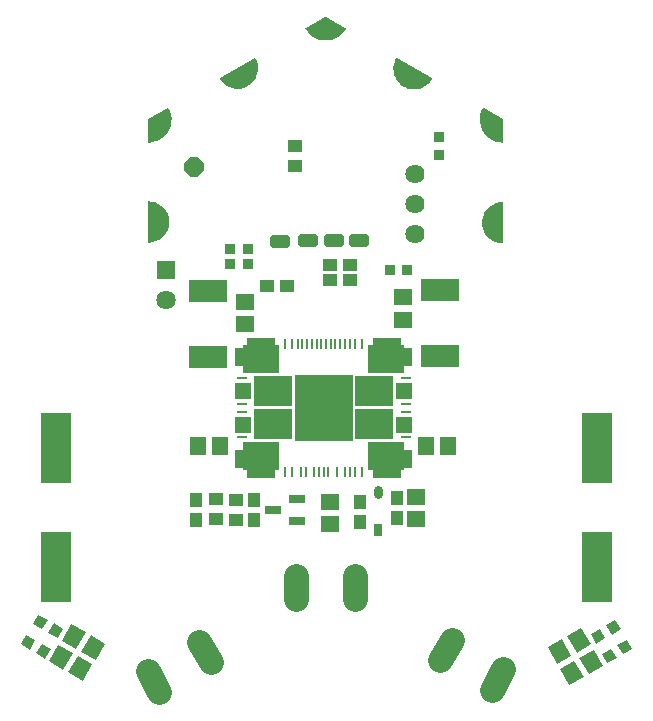
<source format=gbr>
G04 EAGLE Gerber RS-274X export*
G75*
%MOMM*%
%FSLAX34Y34*%
%LPD*%
%INSoldermask Top*%
%IPPOS*%
%AMOC8*
5,1,8,0,0,1.08239X$1,22.5*%
G01*
%ADD10R,0.901600X0.901600*%
%ADD11R,0.901600X0.901600*%
%ADD12R,1.101600X1.201600*%
%ADD13R,1.601600X1.401600*%
%ADD14R,1.401600X1.601600*%
%ADD15R,2.601600X5.901600*%
%ADD16R,1.201600X1.101600*%
%ADD17R,1.361600X0.711600*%
%ADD18R,0.742600X1.107600*%
%ADD19C,0.742600*%
%ADD20R,1.631600X1.631600*%
%ADD21C,1.631600*%
%ADD22C,1.625600*%
%ADD23P,1.759533X8X22.500000*%
%ADD24R,3.301600X1.901600*%
%ADD25R,0.810000X1.640000*%
%ADD26R,3.030000X2.350000*%
%ADD27R,2.410000X0.680000*%
%ADD28R,4.901600X5.701600*%
%ADD29R,3.201600X2.501600*%
%ADD30R,1.401600X1.361600*%
%ADD31R,0.291600X0.961600*%
%ADD32R,0.961600X0.291600*%
%ADD33C,2.082800*%
%ADD34C,0.605878*%
%ADD35C,1.101600*%

G36*
X150084Y328125D02*
X150084Y328125D01*
X150155Y328134D01*
X150180Y328148D01*
X150208Y328155D01*
X150266Y328197D01*
X150327Y328232D01*
X150345Y328255D01*
X150369Y328273D01*
X150405Y328334D01*
X150448Y328390D01*
X150455Y328419D01*
X150470Y328444D01*
X150486Y328542D01*
X150497Y328583D01*
X150495Y328594D01*
X150497Y328608D01*
X150475Y362569D01*
X150475Y362572D01*
X150475Y362573D01*
X150471Y362590D01*
X150469Y362598D01*
X150472Y362627D01*
X150449Y362694D01*
X150435Y362764D01*
X150419Y362788D01*
X150410Y362816D01*
X150363Y362869D01*
X150323Y362928D01*
X150298Y362943D01*
X150279Y362965D01*
X150215Y362997D01*
X150155Y363035D01*
X150126Y363040D01*
X150100Y363052D01*
X150001Y363061D01*
X149959Y363068D01*
X149948Y363065D01*
X149934Y363066D01*
X147139Y362833D01*
X147106Y362823D01*
X147058Y362819D01*
X144340Y362129D01*
X144309Y362114D01*
X144262Y362102D01*
X141694Y360974D01*
X141666Y360954D01*
X141622Y360935D01*
X139275Y359399D01*
X139250Y359375D01*
X139210Y359348D01*
X137148Y357448D01*
X137129Y357421D01*
X137115Y357412D01*
X137110Y357403D01*
X137092Y357387D01*
X135371Y355173D01*
X135356Y355142D01*
X135326Y355104D01*
X133993Y352636D01*
X133983Y352603D01*
X133960Y352561D01*
X133051Y349908D01*
X133046Y349873D01*
X133031Y349828D01*
X132571Y347061D01*
X132572Y347026D01*
X132564Y346979D01*
X132566Y344174D01*
X132573Y344140D01*
X132573Y344092D01*
X133036Y341326D01*
X133049Y341294D01*
X133057Y341246D01*
X133969Y338594D01*
X133987Y338565D01*
X134002Y338519D01*
X135339Y336053D01*
X135361Y336027D01*
X135384Y335984D01*
X137108Y333772D01*
X137134Y333750D01*
X137164Y333712D01*
X139228Y331814D01*
X139258Y331796D01*
X139293Y331763D01*
X141642Y330231D01*
X141674Y330218D01*
X141715Y330192D01*
X144284Y329067D01*
X144318Y329059D01*
X144362Y329040D01*
X147081Y328353D01*
X147116Y328352D01*
X147162Y328340D01*
X149957Y328110D01*
X149986Y328113D01*
X150015Y328109D01*
X150084Y328125D01*
G37*
G36*
X-72588Y459043D02*
X-72588Y459043D01*
X-72554Y459051D01*
X-72506Y459053D01*
X-69754Y459592D01*
X-69722Y459605D01*
X-69675Y459615D01*
X-67049Y460600D01*
X-67019Y460618D01*
X-66974Y460635D01*
X-64546Y462039D01*
X-64520Y462062D01*
X-64479Y462086D01*
X-62315Y463870D01*
X-62293Y463897D01*
X-62256Y463928D01*
X-60416Y466044D01*
X-60399Y466074D01*
X-60367Y466110D01*
X-58900Y468500D01*
X-58888Y468533D01*
X-58863Y468574D01*
X-57809Y471173D01*
X-57803Y471207D01*
X-57784Y471252D01*
X-57173Y473989D01*
X-57172Y474023D01*
X-57162Y474070D01*
X-57009Y476871D01*
X-57014Y476905D01*
X-57011Y476953D01*
X-57322Y479740D01*
X-57332Y479773D01*
X-57337Y479821D01*
X-58102Y482519D01*
X-58118Y482550D01*
X-58131Y482597D01*
X-59330Y485132D01*
X-59347Y485156D01*
X-59358Y485183D01*
X-59406Y485234D01*
X-59449Y485291D01*
X-59474Y485306D01*
X-59494Y485327D01*
X-59559Y485356D01*
X-59621Y485392D01*
X-59650Y485395D01*
X-59676Y485407D01*
X-59747Y485408D01*
X-59818Y485417D01*
X-59846Y485409D01*
X-59875Y485409D01*
X-59968Y485374D01*
X-60009Y485363D01*
X-60018Y485356D01*
X-60031Y485351D01*
X-89431Y468351D01*
X-89453Y468332D01*
X-89479Y468319D01*
X-89527Y468266D01*
X-89580Y468219D01*
X-89593Y468193D01*
X-89612Y468171D01*
X-89635Y468104D01*
X-89666Y468040D01*
X-89667Y468011D01*
X-89676Y467983D01*
X-89671Y467912D01*
X-89674Y467841D01*
X-89664Y467814D01*
X-89662Y467785D01*
X-89620Y467694D01*
X-89605Y467655D01*
X-89597Y467647D01*
X-89591Y467634D01*
X-87992Y465330D01*
X-87967Y465306D01*
X-87939Y465267D01*
X-85982Y463258D01*
X-85954Y463238D01*
X-85920Y463204D01*
X-83659Y461544D01*
X-83628Y461530D01*
X-83589Y461501D01*
X-81086Y460237D01*
X-81053Y460227D01*
X-81010Y460206D01*
X-78332Y459370D01*
X-78298Y459367D01*
X-78252Y459352D01*
X-75474Y458969D01*
X-75439Y458971D01*
X-75391Y458964D01*
X-72588Y459043D01*
G37*
G36*
X75963Y458570D02*
X75963Y458570D01*
X76011Y458569D01*
X78789Y458952D01*
X78822Y458964D01*
X78870Y458970D01*
X81547Y459806D01*
X81578Y459822D01*
X81623Y459837D01*
X84127Y461101D01*
X84154Y461123D01*
X84197Y461144D01*
X86458Y462804D01*
X86481Y462829D01*
X86520Y462858D01*
X88477Y464867D01*
X88496Y464896D01*
X88529Y464930D01*
X90129Y467234D01*
X90140Y467261D01*
X90159Y467283D01*
X90179Y467351D01*
X90207Y467417D01*
X90208Y467446D01*
X90216Y467474D01*
X90208Y467545D01*
X90209Y467616D01*
X90197Y467642D01*
X90194Y467671D01*
X90159Y467733D01*
X90132Y467799D01*
X90111Y467819D01*
X90097Y467845D01*
X90020Y467908D01*
X89990Y467938D01*
X89979Y467942D01*
X89969Y467951D01*
X60569Y484951D01*
X60541Y484960D01*
X60517Y484977D01*
X60448Y484992D01*
X60380Y485014D01*
X60351Y485012D01*
X60323Y485018D01*
X60253Y485004D01*
X60182Y484999D01*
X60156Y484985D01*
X60127Y484980D01*
X60069Y484940D01*
X60005Y484907D01*
X59987Y484885D01*
X59963Y484869D01*
X59906Y484787D01*
X59879Y484754D01*
X59875Y484744D01*
X59867Y484732D01*
X58669Y482197D01*
X58661Y482163D01*
X58640Y482119D01*
X57875Y479421D01*
X57872Y479387D01*
X57859Y479340D01*
X57549Y476553D01*
X57551Y476526D01*
X57550Y476521D01*
X57552Y476516D01*
X57546Y476471D01*
X57699Y473670D01*
X57708Y473637D01*
X57710Y473589D01*
X58322Y470852D01*
X58336Y470820D01*
X58346Y470773D01*
X59400Y468174D01*
X59419Y468145D01*
X59437Y468100D01*
X60904Y465710D01*
X60928Y465685D01*
X60953Y465644D01*
X62794Y463528D01*
X62821Y463506D01*
X62853Y463470D01*
X65016Y461686D01*
X65047Y461669D01*
X65084Y461639D01*
X67512Y460235D01*
X67545Y460224D01*
X67586Y460200D01*
X70212Y459215D01*
X70246Y459209D01*
X70291Y459192D01*
X73044Y458653D01*
X73078Y458653D01*
X73126Y458643D01*
X75929Y458564D01*
X75963Y458570D01*
G37*
G36*
X-149658Y328789D02*
X-149658Y328789D01*
X-149644Y328787D01*
X-146850Y329021D01*
X-146816Y329031D01*
X-146768Y329034D01*
X-144050Y329725D01*
X-144019Y329740D01*
X-143972Y329752D01*
X-141405Y330880D01*
X-141376Y330900D01*
X-141332Y330919D01*
X-138985Y332455D01*
X-138961Y332479D01*
X-138920Y332505D01*
X-136858Y334406D01*
X-136847Y334421D01*
X-136835Y334430D01*
X-136824Y334447D01*
X-136802Y334467D01*
X-135081Y336681D01*
X-135066Y336712D01*
X-135036Y336750D01*
X-133703Y339217D01*
X-133693Y339251D01*
X-133670Y339293D01*
X-132761Y341946D01*
X-132757Y341981D01*
X-132741Y342026D01*
X-132281Y344793D01*
X-132282Y344827D01*
X-132274Y344875D01*
X-132276Y347679D01*
X-132283Y347713D01*
X-132283Y347761D01*
X-132746Y350527D01*
X-132759Y350560D01*
X-132767Y350607D01*
X-133679Y353259D01*
X-133697Y353289D01*
X-133712Y353335D01*
X-135049Y355800D01*
X-135071Y355827D01*
X-135094Y355869D01*
X-136818Y358081D01*
X-136844Y358104D01*
X-136874Y358142D01*
X-138938Y360040D01*
X-138968Y360058D01*
X-139003Y360091D01*
X-141352Y361623D01*
X-141384Y361636D01*
X-141425Y361662D01*
X-143994Y362787D01*
X-144028Y362794D01*
X-144072Y362814D01*
X-146791Y363500D01*
X-146826Y363502D01*
X-146872Y363514D01*
X-149667Y363744D01*
X-149696Y363740D01*
X-149725Y363745D01*
X-149794Y363729D01*
X-149865Y363720D01*
X-149890Y363706D01*
X-149919Y363699D01*
X-149976Y363657D01*
X-150037Y363621D01*
X-150055Y363598D01*
X-150079Y363581D01*
X-150115Y363520D01*
X-150158Y363463D01*
X-150165Y363435D01*
X-150180Y363410D01*
X-150196Y363312D01*
X-150207Y363270D01*
X-150205Y363259D01*
X-150208Y363246D01*
X-150185Y329285D01*
X-150179Y329256D01*
X-150182Y329227D01*
X-150160Y329159D01*
X-150145Y329090D01*
X-150129Y329066D01*
X-150120Y329038D01*
X-150073Y328984D01*
X-150033Y328926D01*
X-150008Y328910D01*
X-149989Y328888D01*
X-149925Y328857D01*
X-149865Y328819D01*
X-149836Y328814D01*
X-149810Y328801D01*
X-149711Y328793D01*
X-149669Y328786D01*
X-149658Y328789D01*
G37*
G36*
X150155Y413371D02*
X150155Y413371D01*
X150226Y413380D01*
X150251Y413394D01*
X150279Y413401D01*
X150336Y413443D01*
X150398Y413479D01*
X150416Y413502D01*
X150439Y413519D01*
X150475Y413581D01*
X150519Y413637D01*
X150526Y413665D01*
X150540Y413690D01*
X150557Y413789D01*
X150567Y413830D01*
X150566Y413841D01*
X150568Y413854D01*
X150545Y432894D01*
X150530Y432969D01*
X150521Y433046D01*
X150510Y433066D01*
X150505Y433089D01*
X150462Y433152D01*
X150424Y433219D01*
X150404Y433236D01*
X150393Y433252D01*
X150355Y433276D01*
X150296Y433325D01*
X133819Y442865D01*
X133791Y442874D01*
X133768Y442891D01*
X133698Y442905D01*
X133630Y442928D01*
X133601Y442926D01*
X133573Y442932D01*
X133503Y442918D01*
X133432Y442913D01*
X133406Y442900D01*
X133378Y442894D01*
X133319Y442854D01*
X133255Y442821D01*
X133237Y442799D01*
X133213Y442783D01*
X133156Y442701D01*
X133129Y442668D01*
X133125Y442658D01*
X133118Y442647D01*
X131803Y439877D01*
X131795Y439843D01*
X131775Y439801D01*
X130922Y436856D01*
X130919Y436823D01*
X130906Y436778D01*
X130536Y433734D01*
X130539Y433700D01*
X130533Y433653D01*
X130656Y430590D01*
X130664Y430557D01*
X130666Y430510D01*
X131279Y427506D01*
X131292Y427475D01*
X131302Y427429D01*
X132389Y424562D01*
X132407Y424533D01*
X132423Y424489D01*
X133956Y421834D01*
X133979Y421808D01*
X134002Y421768D01*
X135941Y419392D01*
X135967Y419371D01*
X135997Y419334D01*
X138292Y417301D01*
X138321Y417284D01*
X138356Y417253D01*
X140948Y415614D01*
X140979Y415602D01*
X141019Y415577D01*
X143840Y414375D01*
X143873Y414368D01*
X143916Y414350D01*
X146893Y413616D01*
X146927Y413614D01*
X146972Y413603D01*
X150029Y413356D01*
X150057Y413360D01*
X150086Y413355D01*
X150155Y413371D01*
G37*
G36*
X-149866Y413489D02*
X-149866Y413489D01*
X-149853Y413488D01*
X-146796Y413734D01*
X-146764Y413744D01*
X-146717Y413747D01*
X-143740Y414481D01*
X-143709Y414496D01*
X-143664Y414507D01*
X-140843Y415708D01*
X-140815Y415728D01*
X-140772Y415746D01*
X-138180Y417385D01*
X-138156Y417408D01*
X-138116Y417433D01*
X-135821Y419466D01*
X-135801Y419493D01*
X-135765Y419524D01*
X-133826Y421899D01*
X-133810Y421929D01*
X-133780Y421965D01*
X-132247Y424621D01*
X-132237Y424653D01*
X-132213Y424693D01*
X-131798Y425788D01*
X-131609Y426287D01*
X-131608Y426287D01*
X-131419Y426786D01*
X-131230Y427285D01*
X-131230Y427286D01*
X-131126Y427560D01*
X-131120Y427594D01*
X-131103Y427637D01*
X-130490Y430642D01*
X-130490Y430675D01*
X-130480Y430721D01*
X-130357Y433785D01*
X-130362Y433818D01*
X-130360Y433865D01*
X-130730Y436909D01*
X-130740Y436941D01*
X-130746Y436988D01*
X-131599Y439933D01*
X-131615Y439963D01*
X-131627Y440008D01*
X-132942Y442778D01*
X-132959Y442801D01*
X-132969Y442829D01*
X-133018Y442880D01*
X-133061Y442937D01*
X-133086Y442952D01*
X-133106Y442973D01*
X-133171Y443001D01*
X-133233Y443037D01*
X-133262Y443041D01*
X-133288Y443052D01*
X-133359Y443053D01*
X-133430Y443062D01*
X-133458Y443054D01*
X-133487Y443054D01*
X-133581Y443019D01*
X-133622Y443008D01*
X-133630Y443001D01*
X-133643Y442996D01*
X-150120Y433457D01*
X-150178Y433406D01*
X-150240Y433360D01*
X-150252Y433340D01*
X-150269Y433325D01*
X-150302Y433255D01*
X-150341Y433189D01*
X-150346Y433164D01*
X-150355Y433145D01*
X-150356Y433101D01*
X-150369Y433025D01*
X-150392Y413986D01*
X-150386Y413958D01*
X-150389Y413929D01*
X-150367Y413861D01*
X-150353Y413791D01*
X-150336Y413767D01*
X-150327Y413740D01*
X-150281Y413686D01*
X-150240Y413627D01*
X-150216Y413611D01*
X-150197Y413589D01*
X-150133Y413558D01*
X-150073Y413520D01*
X-150044Y413515D01*
X-150018Y413502D01*
X-149919Y413494D01*
X-149877Y413486D01*
X-149866Y413489D01*
G37*
G36*
X1585Y500062D02*
X1585Y500062D01*
X1632Y500061D01*
X4658Y500553D01*
X4690Y500565D01*
X4736Y500573D01*
X7645Y501544D01*
X7674Y501560D01*
X7719Y501575D01*
X10434Y503000D01*
X10460Y503021D01*
X10502Y503043D01*
X12953Y504885D01*
X12975Y504910D01*
X13013Y504938D01*
X15137Y507149D01*
X15155Y507178D01*
X15188Y507212D01*
X16930Y509735D01*
X16941Y509762D01*
X16959Y509784D01*
X16980Y509852D01*
X17008Y509918D01*
X17008Y509947D01*
X17016Y509975D01*
X17008Y510046D01*
X17008Y510117D01*
X16997Y510143D01*
X16994Y510172D01*
X16959Y510235D01*
X16931Y510300D01*
X16910Y510320D01*
X16896Y510346D01*
X16819Y510409D01*
X16789Y510439D01*
X16778Y510443D01*
X16768Y510451D01*
X268Y519951D01*
X195Y519976D01*
X124Y520007D01*
X101Y520007D01*
X79Y520014D01*
X3Y520008D01*
X-74Y520009D01*
X-99Y520000D01*
X-119Y519999D01*
X-159Y519978D01*
X-230Y519951D01*
X-16730Y510451D01*
X-16752Y510432D01*
X-16778Y510420D01*
X-16826Y510367D01*
X-16879Y510320D01*
X-16892Y510294D01*
X-16911Y510272D01*
X-16935Y510205D01*
X-16965Y510141D01*
X-16967Y510112D01*
X-16976Y510084D01*
X-16971Y510013D01*
X-16975Y509942D01*
X-16965Y509915D01*
X-16963Y509886D01*
X-16920Y509795D01*
X-16905Y509755D01*
X-16898Y509747D01*
X-16892Y509735D01*
X-15150Y507212D01*
X-15126Y507188D01*
X-15100Y507149D01*
X-12976Y504938D01*
X-12948Y504919D01*
X-12915Y504885D01*
X-10464Y503043D01*
X-10433Y503028D01*
X-10396Y503000D01*
X-7681Y501575D01*
X-7649Y501566D01*
X-7607Y501544D01*
X-4699Y500573D01*
X-4665Y500568D01*
X-4621Y500553D01*
X-1594Y500061D01*
X-1561Y500063D01*
X-1514Y500055D01*
X1552Y500055D01*
X1585Y500062D01*
G37*
D10*
G36*
X242011Y-15055D02*
X246519Y-22863D01*
X238711Y-27371D01*
X234203Y-19563D01*
X242011Y-15055D01*
G37*
G36*
X255001Y-7555D02*
X259509Y-15363D01*
X251701Y-19871D01*
X247193Y-12063D01*
X255001Y-7555D01*
G37*
G36*
X232486Y1614D02*
X236994Y-6194D01*
X229186Y-10702D01*
X224678Y-2894D01*
X232486Y1614D01*
G37*
G36*
X245476Y9114D02*
X249984Y1306D01*
X242176Y-3202D01*
X237668Y4606D01*
X245476Y9114D01*
G37*
G36*
X-244932Y-18894D02*
X-240424Y-11086D01*
X-232616Y-15594D01*
X-237124Y-23402D01*
X-244932Y-18894D01*
G37*
G36*
X-257922Y-11394D02*
X-253414Y-3586D01*
X-245606Y-8094D01*
X-250114Y-15902D01*
X-257922Y-11394D01*
G37*
G36*
X-234613Y-1431D02*
X-230105Y6377D01*
X-222297Y1869D01*
X-226805Y-5939D01*
X-234613Y-1431D01*
G37*
G36*
X-247603Y6069D02*
X-243095Y13877D01*
X-235287Y9369D01*
X-239795Y1561D01*
X-247603Y6069D01*
G37*
D11*
X-80525Y323056D03*
X-65525Y323056D03*
D12*
X60325Y112481D03*
X60325Y95481D03*
X-60325Y93894D03*
X-60325Y110894D03*
X29369Y92306D03*
X29369Y109306D03*
D13*
X3969Y109513D03*
X3969Y90513D03*
X76200Y113481D03*
X76200Y94481D03*
X65881Y263550D03*
X65881Y282550D03*
X-68263Y259581D03*
X-68263Y278581D03*
D14*
X-88925Y156369D03*
X-107925Y156369D03*
X84956Y156369D03*
X103956Y156369D03*
D15*
X230188Y155275D03*
X230188Y54275D03*
X-228600Y155275D03*
X-228600Y54275D03*
D16*
X-32775Y292100D03*
X-49775Y292100D03*
D11*
X96044Y402869D03*
X96044Y417869D03*
D17*
X-24181Y92894D03*
X-24181Y111894D03*
X-44081Y102394D03*
D18*
X44450Y85350D03*
D19*
X44450Y116025D02*
X44450Y119675D01*
D20*
X-134938Y305594D03*
D21*
X-134938Y280194D03*
D16*
X-26194Y410931D03*
X-26194Y393931D03*
D11*
X-80525Y310356D03*
X-65525Y310356D03*
D22*
X75406Y335756D03*
X75406Y361156D03*
X75406Y386556D03*
D11*
X54413Y305594D03*
X69413Y305594D03*
D23*
X-111125Y392906D03*
D14*
G36*
X214848Y-22775D02*
X226986Y-15767D01*
X234994Y-29637D01*
X222856Y-36645D01*
X214848Y-22775D01*
G37*
G36*
X198394Y-32275D02*
X210532Y-25267D01*
X218540Y-39137D01*
X206402Y-46145D01*
X198394Y-32275D01*
G37*
G36*
X204529Y-4519D02*
X216667Y2489D01*
X224675Y-11381D01*
X212537Y-18389D01*
X204529Y-4519D01*
G37*
G36*
X188075Y-14019D02*
X200213Y-7011D01*
X208221Y-20881D01*
X196083Y-27889D01*
X188075Y-14019D01*
G37*
G36*
X-222062Y-32676D02*
X-234200Y-25668D01*
X-226192Y-11798D01*
X-214054Y-18806D01*
X-222062Y-32676D01*
G37*
G36*
X-205608Y-42177D02*
X-217746Y-35169D01*
X-209738Y-21299D01*
X-197600Y-28307D01*
X-205608Y-42177D01*
G37*
G36*
X-210950Y-15214D02*
X-223088Y-8206D01*
X-215080Y5664D01*
X-202942Y-1344D01*
X-210950Y-15214D01*
G37*
G36*
X-194495Y-24714D02*
X-206633Y-17706D01*
X-198625Y-3836D01*
X-186487Y-10844D01*
X-194495Y-24714D01*
G37*
D24*
X96838Y288350D03*
X96838Y232350D03*
X-99219Y287556D03*
X-99219Y231556D03*
D25*
X69263Y145913D03*
D26*
X51063Y147963D03*
D27*
X51863Y132913D03*
D25*
X-72438Y145913D03*
D26*
X-54238Y147963D03*
D27*
X-55038Y132913D03*
D25*
X-72438Y231913D03*
D26*
X-54238Y229863D03*
D27*
X-55038Y244913D03*
D25*
X69263Y231913D03*
D26*
X51063Y229863D03*
D27*
X51863Y244913D03*
D28*
X-1588Y188513D03*
D29*
X41113Y202713D03*
X41013Y175113D03*
X-44188Y202713D03*
X-44188Y175113D03*
D30*
X66313Y203113D03*
X66313Y174713D03*
X-69488Y203113D03*
X-69488Y174713D03*
D31*
X-3588Y243263D03*
X-7588Y243263D03*
X-11588Y243263D03*
X-15588Y243263D03*
X-19588Y243263D03*
X-23588Y243263D03*
X-28088Y243263D03*
X-34288Y243263D03*
X413Y243263D03*
X4413Y243263D03*
X8413Y243263D03*
X12413Y243263D03*
X16413Y243263D03*
X20413Y243263D03*
X24913Y243263D03*
X31113Y243263D03*
X-5588Y134563D03*
X-9588Y134563D03*
X-16888Y134563D03*
X-20888Y134563D03*
X-28088Y134563D03*
X-34288Y134563D03*
X2413Y134563D03*
X9713Y134563D03*
X16913Y134563D03*
X20913Y134563D03*
X24913Y134563D03*
X31113Y134563D03*
X-1588Y134563D03*
D32*
X-70938Y214013D03*
X-70938Y192113D03*
X-70938Y185713D03*
X-70938Y163813D03*
X67763Y214013D03*
X67763Y192113D03*
X67763Y185713D03*
X67763Y163813D03*
D33*
X-25146Y46419D02*
X-25146Y26607D01*
X25146Y26607D02*
X25146Y46419D01*
X107001Y-7423D02*
X97095Y-24581D01*
X140649Y-49727D02*
X150555Y-32569D01*
X-140649Y-51314D02*
X-150555Y-34157D01*
X-107001Y-9011D02*
X-97095Y-26168D01*
D16*
X20406Y309563D03*
X3406Y309563D03*
X20406Y296863D03*
X3406Y296863D03*
D34*
X22302Y328515D02*
X33260Y328515D01*
X22302Y328515D02*
X22302Y333473D01*
X33260Y333473D01*
X33260Y328515D01*
X12623Y328515D02*
X1665Y328515D01*
X1665Y333473D01*
X12623Y333473D01*
X12623Y328515D01*
X-33415Y327721D02*
X-44373Y327721D01*
X-44373Y332679D01*
X-33415Y332679D01*
X-33415Y327721D01*
X-20560Y328515D02*
X-9602Y328515D01*
X-20560Y328515D02*
X-20560Y333473D01*
X-9602Y333473D01*
X-9602Y328515D01*
D35*
X19Y511519D03*
X143118Y428893D03*
X-70981Y470419D03*
X71519Y470019D03*
X143041Y345557D03*
X-142942Y429025D03*
X-142751Y346297D03*
D16*
X-76200Y110894D03*
X-76200Y93894D03*
X-92869Y94688D03*
X-92869Y111688D03*
D12*
X-109538Y110894D03*
X-109538Y93894D03*
M02*

</source>
